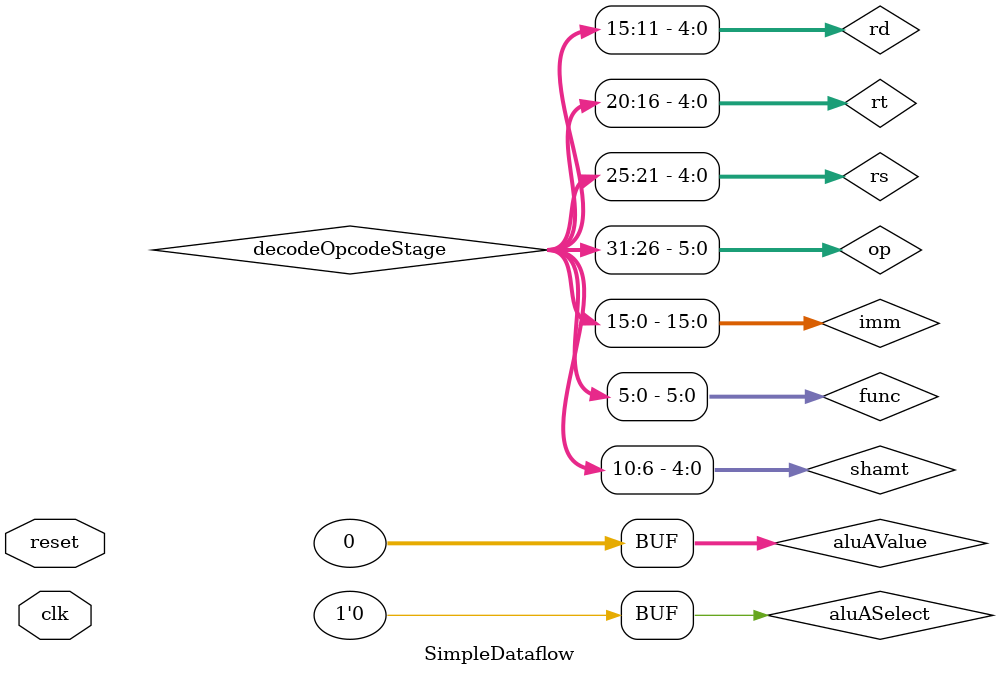
<source format=v>

module SimpleDataflow(input wire clk, input wire reset);

	reg [31:0] addrA;
	wire [31:0] addrB;

	reg writeEnable = 0;
	reg [31:0] dataIn;

	reg requestA;
	wire requestB;

	wire [31:0] outA;
	wire [31:0] outB;

	wire busyA;
	wire busyB;

	SimpleMmu #(.SHIFT(2), .BUS_WIDTH(32), .ROM_SIZE(1024), .RAM_SIZE(8192))
			mmu(clk, reset, addrA, addrB, writeEnable, dataIn, requestA, requestB, outA, outB, busyA, busyB);

	reg [31:0] ip;
	wire busy;
	wire [31:0] opcode;
	reg [31:0] decodeOpcodeStage = 0;
	reg startLoading;
	
	WordOpcodeBuffer ob(clk, reset, ip, startLoading, outB, busyB, busy, opcode, addrB, requestB);

	reg resetCounter = 0;
	reg opcodeFetchDelay = 0;
	reg pipelineStall = 0;

	// ALU!
	wire [31:0] aluA;
	reg [31:0] aluB = 0;
	reg [3:0] aluControl = 0;

	wire [31:0] aluOut;
	wire aluOverflow;
	reg aluSubmitted = 0;

	ArithmeticLogicUnit #(.BUS_WIDTH(32)) 
		alu(aluA, aluB, aluControl, clk, reset, aluOut, aluOverflow);

	// Wires for opcode parsing
	// I-Type instructions
	wire [15:0] imm = decodeOpcodeStage[15:0];
	wire [5:0] op = decodeOpcodeStage[31:26];
	wire [4:0] rs = decodeOpcodeStage[25:21];
	wire [4:0] rt = decodeOpcodeStage[20:16];

	// R-Type instructions
	wire [4:0] rd = decodeOpcodeStage[15:11];
	wire [4:0] shamt = decodeOpcodeStage[10:6];
	wire [5:0] func = decodeOpcodeStage[5:0];

	reg signExtendSelect = 0;
	reg [15:0] signExtend = 0;
	wire [31:0] signExtendOut;
	wire [15:0] signExtendIn;

	reg signExtendMode = 1;

	WideMux2x1 #(.BUS_WIDTH(16)) signextender_mux(signExtendSelect, imm, signExtend, signExtendIn);
	SignExtender se(signExtendIn, signExtendMode, signExtendOut);

	reg [31:0] aluAValue = 0;
	reg aluASelect = 0;
	WideMux2x1 aluA_mux(aluASelect, signExtendOut, aluAValue, aluA);

	reg [31:0] registers[0:31];
	reg branching = 0;
	reg newOp = 0;

	integer i;
        initial begin
                for(i = 0; i < 32; i = i + 1)
                $dumpvars(0,registers[i]);
        end


	always @(posedge clk)
	begin
	
		if(newOp)
			aluSubmitted = 0;
	
		opcodeFetchDelay = opcodeFetchDelay + 1;
		branching = 0;
		case(op)

			// R-Type instructions
			'b000000: begin
				case(func)
					// sll
					'b000000: begin
						if(~aluSubmitted)
						begin

							// NOP
							if(decodeOpcodeStage != 0)
							begin
								$display("0x%h\tsll %d %d %d", ip, rs,rt,shamt);
								signExtendMode = 0;
								signExtendSelect = 1;
								signExtend = shamt;
								aluControl = 2;
								aluB = registers[rt];				
							end
							else
								$display("0x%h\tnop", ip);
							aluSubmitted = 1;
						end	
						else
							registers[rd] = aluOut;	
					end

					// add
					'b100000: begin
						if(~aluSubmitted)
						begin
							$display("0x%h\tadd %d %d %d", ip, rs,rt,rd);
							signExtendSelect = 1;
							signExtend = registers[rs];
							aluControl = 0;
							aluB = registers[rt];
							aluSubmitted = 1;
						end	
						else
							registers[rd] = aluOut;	
					end
					
					// jr	
					'b001000: begin
						if(~aluSubmitted)
						begin
							$display("0x%h\tjr %d", ip, rs);
							ip = registers[rs];
							aluSubmitted = 1;
							resetCounter = 0;
							branching = 1;
						end	
					end

					// move
					'b101101: begin
						if(~aluSubmitted)
						begin
							$display("0x%h\tmove %d %d", ip, rs, rd);
							aluSubmitted = 1;
							registers[rd] = registers[rs];
						end
					end

					default: $display("0x%h\t Unknown R-Type instruction: 0x%h", ip, func);
				endcase
			end

			// I-Type instructions
			// addi
			'b001000: begin
				if(~aluSubmitted)
				begin
					$display("0x%h\taddi %d %d 0x%h", ip, rs, rt, imm);
					signExtendSelect = 0;
					signExtendMode = 1;
					aluControl = 0;
					aluB = registers[rs];
					//signExtendIn = imm;
					aluSubmitted = 1;
				end	
				else
					registers[rt] = aluOut;		
			end		

			// addiu (currently no difference to addi)
			'b001001: begin
				if(~aluSubmitted)
				begin
					$display("0x%h\taddiu %d %d 0x%h", ip, rs, rt, imm);
					signExtendSelect = 0;
					signExtendMode = 1;
					aluControl = 0;
					aluB = registers[rs];
					aluSubmitted = 1;
				end	
				else
					registers[rt] = aluOut;		
			end		

			// andi 
			'b001100: begin
				if(~aluSubmitted)
				begin
					$display("0x%h\tandi %d %d 0x%h", ip, rs, rt, imm);
					signExtendSelect = 0;
					signExtendMode = 0;

					aluControl = 4;
					aluB = registers[rs];
					//signExtendIn = imm;
					aluSubmitted = 1;
				end	
				else
					registers[rt] = aluOut;	
			end
			
			// ori 
			'b001101: begin
				if(~aluSubmitted)
				begin
					$display("0x%h\tori %d %d 0x%h", ip, rs, rt, imm);
					signExtendSelect = 0;
					signExtendMode = 0;
					aluControl = 3;
					aluB = registers[rs];
					//signExtendIn = imm;
					aluSubmitted = 1;
				end	
				else
					registers[rt] = aluOut;	
			end

			// lui
			'b001111: begin
				if(~aluSubmitted)
				begin
					$display("0x%h\tlui %d 0x%h", ip, rt, imm);

					signExtendMode = 0;
					signExtendSelect = 1;
					aluControl = 2; 
					signExtend = imm;
					aluB = 16;
					aluSubmitted = 1;
				end
				else
					registers[rt] = aluOut;
			end

			// J-Type instructions
			// j
			'b000010: begin
				if(~aluSubmitted)
				begin
					signExtendSelect = 1;
					ip = (ip & 'hF0000000) | (opcode[25:0] << 2);
					aluSubmitted = 1;
					branching = 1;
					resetCounter = 0;
					$display("0x%h\tj 0x%h", ip, ip);
				end
			end

			// beq
			'b000100: begin
				if(~aluSubmitted && registers[rs] == registers[rt])
				begin
					ip = ip + (imm << 2);
					$display("0x%h\tbeq 0x%h", ip, ip);
					aluSubmitted = 1;
					branching = 1;
				end
				else if(~aluSubmitted)
				begin
					ip = ip + 4;
					$display("0x%h\tbeq 0x%h", ip, ip);
					aluSubmitted = 1;
					branching = 1;

				end
			end

			// lw
			'b100011: begin
				if(~aluSubmitted)
				begin
					$display("0x%h\tlw %d 0x%h", ip, rt, rs + imm);
					aluSubmitted = 1;
					pipelineStall = 1;
					// FIXME: Use ALU for that!
					addrA = registers[rs] + imm;
					requestA = 1;
				end
				else if(~busyA)
				begin
					pipelineStall = 0;
					registers[rt] = outA;
					requestA = 0;
				end
			end

			// ld
			/*'b101111: begin
				if(~aluSubmitted)
				begin
					$display("0x%h\tlw %d 0x%h", ip, rt, rs + imm);
					aluSubmitted = 1;
					pipelineStall = 1;
					// FIXME: Use ALU for that!
					addrA = registers[rs] + imm;
					requestA = 1;
				end
				else if(~busyA)
				begin
					pipelineStall = 0;
					registers[rt] = outA;
					requestA = 0;
				end
			end*/
			// sd
			'b111111: begin
				if(~aluSubmitted)
				begin
					$display("0x%h\tsd %d 0x%h", ip, rt, rs + imm);
					aluSubmitted = 1;
					pipelineStall = 1;
					// FIXME: Use ALU for that!
					addrA = registers[rs] + imm;
					dataIn = registers[rt];
					requestA = 1;
					writeEnable = 1;
				end
				else if(~busyA)
				begin
					pipelineStall = 0;
					requestA = 0;
					writeEnable = 0;
				end
			end


			
			// sw
			'b101011: begin
				if(~aluSubmitted)
				begin
					$display("0x%h\tsw %d 0x%h", ip, rt, rs + imm);
					aluSubmitted = 1;
					pipelineStall = 1;
					// FIXME: Use ALU for that!
					addrA = registers[rs] + imm;
					dataIn = registers[rt];
					requestA = 1;
					writeEnable = 1;
				end
				else if(~busyA)
				begin
					pipelineStall = 0;
					requestA = 0;
					writeEnable = 0;
				end
			end

			// sb
			'b101000: begin
				if(~aluSubmitted)
				begin
					$display("0x%h\tsb %d 0x%h", ip, rt, rs + imm);
					aluSubmitted = 1;
					pipelineStall = 1;
					// FIXME: Use ALU for that!
					addrA = registers[rs] + imm;
					dataIn = ('hff & registers[rt]);
					requestA = 1;
					writeEnable = 1;
				end
				else if(~busyA)
				begin
					pipelineStall = 0;
					requestA = 0;
					writeEnable = 0;
				end
			end

			default: $display("Unknown opcode at 0x%h: 0x%h", ip, op);

		endcase
		
		if(reset)
		begin
			ip = 0;
			startLoading = 1;
			writeEnable = 0;
			dataIn = 0;
			requestA = 0;
			resetCounter = 0;
			decodeOpcodeStage = 0;
			pipelineStall = 0;
			opcodeFetchDelay = 0;

                	for(i = 0; i < 32; i = i + 1)
               			registers[i] = 0; 
		end

		//startLoading = 0;
		newOp = 0;
		if(~busy & resetCounter & ~pipelineStall & ~opcodeFetchDelay)
		begin
			newOp = 1;
			startLoading = 1;
			decodeOpcodeStage = opcode;
			opcodeFetchDelay = 0;		
	
			if(~branching)
				ip = ip + 4;
		end

		resetCounter = 1;
	end
endmodule

</source>
